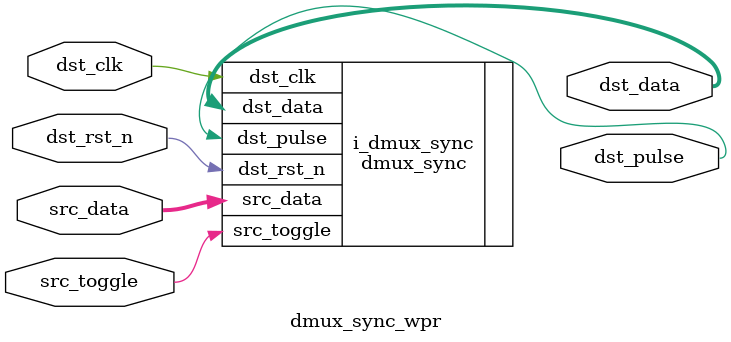
<source format=v>



module dmux_sync_wpr #(
  parameter DEPTH = 2,
  parameter WIDTH = 8,
  parameter RST_VAL = 1'b0
)(
  input              src_toggle,
  input  [WIDTH-1:0] src_data,
  input              dst_clk,
  input              dst_rst_n,
  output             dst_pulse,
  output [WIDTH-1:0] dst_data
);


  //----------------------------------------------------------------------------
  dmux_sync #(
    .DEPTH (DEPTH),
    .WIDTH (WIDTH),
    .RST_VAL (RST_VAL)
  ) i_dmux_sync (
    .src_toggle (src_toggle),
    .src_data (src_data),
    .dst_clk (dst_clk),
    .dst_rst_n (dst_rst_n),
    .dst_pulse (dst_pulse),
    .dst_data (dst_data)
  );

endmodule
</source>
